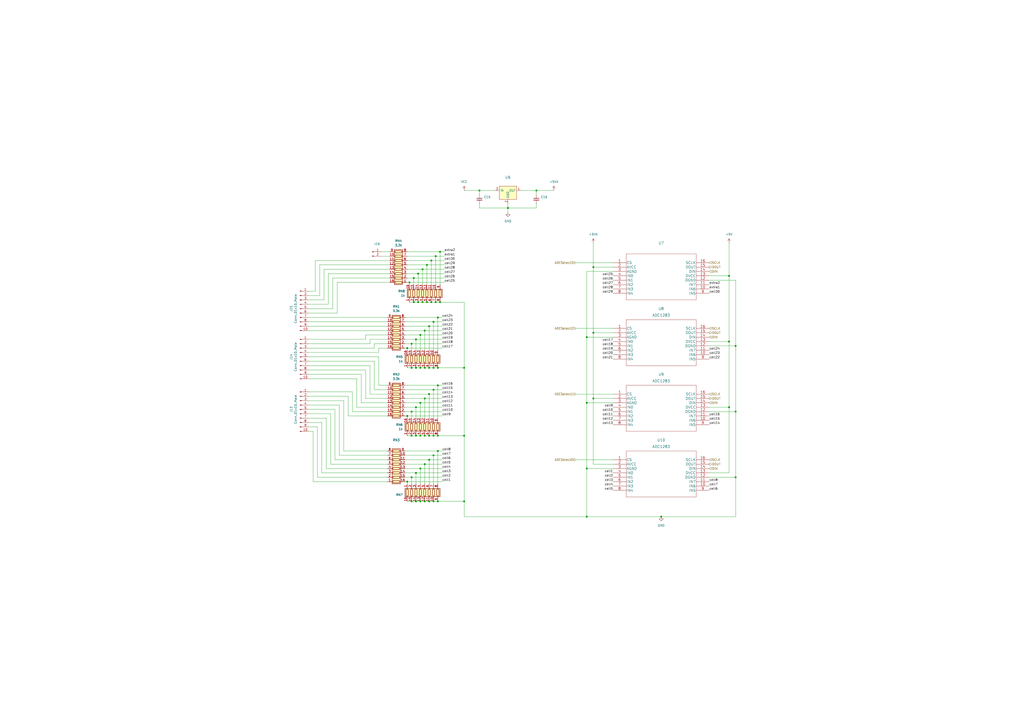
<source format=kicad_sch>
(kicad_sch (version 20211123) (generator eeschema)
  (paper "A2")
  (lib_symbols
    (symbol "Connector:Conn_01x02_Male" (pin_names (offset 1.016) hide)
      (property "Reference" "J" (at 0 2.54 0))
      (property "Value" "Conn_01x02_Male" (at 0 -5.08 0))
      (symbol "Conn_01x02_Male_1_1"
        (polyline (pts (xy 1.27 -2.54) (xy 0.8636 -2.54)) (stroke (width 0.1524)))
        (polyline (pts (xy 1.27 0) (xy 0.8636 0)) (stroke (width 0.1524)))
        (rectangle (start 0.8636 -2.413) (end 0 -2.667) (stroke (width 0.1524)) (fill (type outline)))
        (rectangle (start 0.8636 0.127) (end 0 -0.127) (stroke (width 0.1524)) (fill (type outline)))
        (pin passive line (at 5.08 0 180) (length 3.81) (name "Pin_1") (number "1"))
        (pin passive line (at 5.08 -2.54 180) (length 3.81) (name "Pin_2") (number "2"))
      )
    )
    (symbol "Connector:Conn_01x10_Male" (pin_names (offset 1.016) hide)
      (property "Reference" "J" (at 0 12.7 0))
      (property "Value" "Conn_01x10_Male" (at 0 -15.24 0))
      (symbol "Conn_01x10_Male_1_1"
        (polyline (pts (xy 1.27 -12.7) (xy 0.8636 -12.7)) (stroke (width 0.1524)))
        (polyline (pts (xy 1.27 -10.16) (xy 0.8636 -10.16)) (stroke (width 0.1524)))
        (polyline (pts (xy 1.27 -7.62) (xy 0.8636 -7.62)) (stroke (width 0.1524)))
        (polyline (pts (xy 1.27 -5.08) (xy 0.8636 -5.08)) (stroke (width 0.1524)))
        (polyline (pts (xy 1.27 -2.54) (xy 0.8636 -2.54)) (stroke (width 0.1524)))
        (polyline (pts (xy 1.27 0) (xy 0.8636 0)) (stroke (width 0.1524)))
        (polyline (pts (xy 1.27 2.54) (xy 0.8636 2.54)) (stroke (width 0.1524)))
        (polyline (pts (xy 1.27 5.08) (xy 0.8636 5.08)) (stroke (width 0.1524)))
        (polyline (pts (xy 1.27 7.62) (xy 0.8636 7.62)) (stroke (width 0.1524)))
        (polyline (pts (xy 1.27 10.16) (xy 0.8636 10.16)) (stroke (width 0.1524)))
        (rectangle (start 0.8636 -12.573) (end 0 -12.827) (stroke (width 0.1524)) (fill (type outline)))
        (rectangle (start 0.8636 -10.033) (end 0 -10.287) (stroke (width 0.1524)) (fill (type outline)))
        (rectangle (start 0.8636 -7.493) (end 0 -7.747) (stroke (width 0.1524)) (fill (type outline)))
        (rectangle (start 0.8636 -4.953) (end 0 -5.207) (stroke (width 0.1524)) (fill (type outline)))
        (rectangle (start 0.8636 -2.413) (end 0 -2.667) (stroke (width 0.1524)) (fill (type outline)))
        (rectangle (start 0.8636 0.127) (end 0 -0.127) (stroke (width 0.1524)) (fill (type outline)))
        (rectangle (start 0.8636 2.667) (end 0 2.413) (stroke (width 0.1524)) (fill (type outline)))
        (rectangle (start 0.8636 5.207) (end 0 4.953) (stroke (width 0.1524)) (fill (type outline)))
        (rectangle (start 0.8636 7.747) (end 0 7.493) (stroke (width 0.1524)) (fill (type outline)))
        (rectangle (start 0.8636 10.287) (end 0 10.033) (stroke (width 0.1524)) (fill (type outline)))
        (pin passive line (at 5.08 10.16 180) (length 3.81) (name "Pin_1") (number "1"))
        (pin passive line (at 5.08 -12.7 180) (length 3.81) (name "Pin_10") (number "10"))
        (pin passive line (at 5.08 7.62 180) (length 3.81) (name "Pin_2") (number "2"))
        (pin passive line (at 5.08 5.08 180) (length 3.81) (name "Pin_3") (number "3"))
        (pin passive line (at 5.08 2.54 180) (length 3.81) (name "Pin_4") (number "4"))
        (pin passive line (at 5.08 0 180) (length 3.81) (name "Pin_5") (number "5"))
        (pin passive line (at 5.08 -2.54 180) (length 3.81) (name "Pin_6") (number "6"))
        (pin passive line (at 5.08 -5.08 180) (length 3.81) (name "Pin_7") (number "7"))
        (pin passive line (at 5.08 -7.62 180) (length 3.81) (name "Pin_8") (number "8"))
        (pin passive line (at 5.08 -10.16 180) (length 3.81) (name "Pin_9") (number "9"))
      )
    )
    (symbol "Custom:ADC1283" (pin_names (offset 0.254))
      (property "Reference" "U" (at 27.94 10.16 0))
      (property "Value" "ADC1283" (at 27.94 7.62 0))
      (symbol "ADC1283_1_1"
        (polyline (pts (xy 7.62 -21.59) (xy 48.26 -21.59)) (stroke (width 0.127)))
        (polyline (pts (xy 7.62 5.08) (xy 7.62 -21.59)) (stroke (width 0.127)))
        (polyline (pts (xy 48.26 -21.59) (xy 48.26 5.08)) (stroke (width 0.127)))
        (polyline (pts (xy 48.26 5.08) (xy 7.62 5.08)) (stroke (width 0.127)))
        (pin input line (at 0 0 0) (length 7.62) (name "CS") (number "1"))
        (pin input line (at 55.88 -15.24 180) (length 7.62) (name "IN6") (number "10"))
        (pin input line (at 55.88 -12.7 180) (length 7.62) (name "IN7") (number "11"))
        (pin power_in line (at 55.88 -10.16 180) (length 7.62) (name "DGND") (number "12"))
        (pin power_in line (at 55.88 -7.62 180) (length 7.62) (name "DVCC") (number "13"))
        (pin input line (at 55.88 -5.08 180) (length 7.62) (name "DIN") (number "14"))
        (pin output line (at 55.88 -2.54 180) (length 7.62) (name "DOUT") (number "15"))
        (pin input line (at 55.88 0 180) (length 7.62) (name "SCLK") (number "16"))
        (pin power_in line (at 0 -2.54 0) (length 7.62) (name "AVCC") (number "2"))
        (pin power_in line (at 0 -5.08 0) (length 7.62) (name "AGND") (number "3"))
        (pin input line (at 0 -7.62 0) (length 7.62) (name "IN0") (number "4"))
        (pin input line (at 0 -10.16 0) (length 7.62) (name "IN1") (number "5"))
        (pin input line (at 0 -12.7 0) (length 7.62) (name "IN2") (number "6"))
        (pin input line (at 0 -15.24 0) (length 7.62) (name "IN3") (number "7"))
        (pin input line (at 0 -17.78 0) (length 7.62) (name "IN4") (number "8"))
        (pin input line (at 55.88 -17.78 180) (length 7.62) (name "IN5") (number "9"))
      )
    )
    (symbol "Custom:AS78L05RTR-G1"
      (property "Reference" "U" (at 0 3.81 0))
      (property "Value" "AS78L05RTR-G1" (at 0 6.35 0))
      (symbol "AS78L05RTR-G1_0_1"
        (rectangle (start -5.08 2.54) (end 5.08 -5.08) (fill (type background)))
      )
      (symbol "AS78L05RTR-G1_1_1"
        (pin power_out line (at 7.62 0 180) (length 2.54) (name "OUT") (number "1"))
        (pin power_in line (at 0 -7.62 90) (length 2.54) (name "GND") (number "2"))
        (pin power_in line (at -7.62 0 0) (length 2.54) (name "IN") (number "3"))
      )
    )
    (symbol "Device:C_Small" (pin_numbers hide) (pin_names (offset 0.254) hide)
      (property "Reference" "C" (at 0.254 1.778 0))
      (property "Value" "C_Small" (at 0.254 -2.032 0))
      (symbol "C_Small_0_1"
        (polyline (pts (xy -1.524 -0.508) (xy 1.524 -0.508)) (stroke (width 0.3302)))
        (polyline (pts (xy -1.524 0.508) (xy 1.524 0.508)) (stroke (width 0.3048)))
      )
      (symbol "C_Small_1_1"
        (pin passive line (at 0 2.54 270) (length 2.032) (name "~") (number "1"))
        (pin passive line (at 0 -2.54 90) (length 2.032) (name "~") (number "2"))
      )
    )
    (symbol "Device:R_Pack08" (pin_names (offset 0) hide)
      (property "Reference" "RN" (at -12.7 0 90))
      (property "Value" "R_Pack08" (at 10.16 0 90))
      (symbol "R_Pack08_0_1"
        (rectangle (start -11.43 -2.413) (end 8.89 2.413) (stroke (width 0.254)) (fill (type background)))
        (rectangle (start -10.795 1.905) (end -9.525 -1.905) (stroke (width 0.254)))
        (rectangle (start -8.255 1.905) (end -6.985 -1.905) (stroke (width 0.254)))
        (rectangle (start -5.715 1.905) (end -4.445 -1.905) (stroke (width 0.254)))
        (rectangle (start -3.175 1.905) (end -1.905 -1.905) (stroke (width 0.254)))
        (rectangle (start -0.635 1.905) (end 0.635 -1.905) (stroke (width 0.254)))
        (polyline (pts (xy -10.16 -2.54) (xy -10.16 -1.905)))
        (polyline (pts (xy -10.16 1.905) (xy -10.16 2.54)))
        (polyline (pts (xy -7.62 -2.54) (xy -7.62 -1.905)))
        (polyline (pts (xy -7.62 1.905) (xy -7.62 2.54)))
        (polyline (pts (xy -5.08 -2.54) (xy -5.08 -1.905)))
        (polyline (pts (xy -5.08 1.905) (xy -5.08 2.54)))
        (polyline (pts (xy -2.54 -2.54) (xy -2.54 -1.905)))
        (polyline (pts (xy -2.54 1.905) (xy -2.54 2.54)))
        (polyline (pts (xy 0 -2.54) (xy 0 -1.905)))
        (polyline (pts (xy 0 1.905) (xy 0 2.54)))
        (polyline (pts (xy 2.54 -2.54) (xy 2.54 -1.905)))
        (polyline (pts (xy 2.54 1.905) (xy 2.54 2.54)))
        (polyline (pts (xy 5.08 -2.54) (xy 5.08 -1.905)))
        (polyline (pts (xy 5.08 1.905) (xy 5.08 2.54)))
        (polyline (pts (xy 7.62 -2.54) (xy 7.62 -1.905)))
        (polyline (pts (xy 7.62 1.905) (xy 7.62 2.54)))
        (rectangle (start 1.905 1.905) (end 3.175 -1.905) (stroke (width 0.254)))
        (rectangle (start 4.445 1.905) (end 5.715 -1.905) (stroke (width 0.254)))
        (rectangle (start 6.985 1.905) (end 8.255 -1.905) (stroke (width 0.254)))
      )
      (symbol "R_Pack08_1_1"
        (pin passive line (at -10.16 -5.08 90) (length 2.54) (name "R1.1") (number "1"))
        (pin passive line (at 5.08 5.08 270) (length 2.54) (name "R7.2") (number "10"))
        (pin passive line (at 2.54 5.08 270) (length 2.54) (name "R6.2") (number "11"))
        (pin passive line (at 0 5.08 270) (length 2.54) (name "R5.2") (number "12"))
        (pin passive line (at -2.54 5.08 270) (length 2.54) (name "R4.2") (number "13"))
        (pin passive line (at -5.08 5.08 270) (length 2.54) (name "R3.2") (number "14"))
        (pin passive line (at -7.62 5.08 270) (length 2.54) (name "R2.2") (number "15"))
        (pin passive line (at -10.16 5.08 270) (length 2.54) (name "R1.2") (number "16"))
        (pin passive line (at -7.62 -5.08 90) (length 2.54) (name "R2.1") (number "2"))
        (pin passive line (at -5.08 -5.08 90) (length 2.54) (name "R3.1") (number "3"))
        (pin passive line (at -2.54 -5.08 90) (length 2.54) (name "R4.1") (number "4"))
        (pin passive line (at 0 -5.08 90) (length 2.54) (name "R5.1") (number "5"))
        (pin passive line (at 2.54 -5.08 90) (length 2.54) (name "R6.1") (number "6"))
        (pin passive line (at 5.08 -5.08 90) (length 2.54) (name "R7.1") (number "7"))
        (pin passive line (at 7.62 -5.08 90) (length 2.54) (name "R8.1") (number "8"))
        (pin passive line (at 7.62 5.08 270) (length 2.54) (name "R8.2") (number "9"))
      )
    )
    (symbol "power:+5V" (power) (pin_names (offset 0))
      (property "Value" "+5V" (at 0 3.556 0))
      (symbol "+5V_0_1"
        (polyline (pts (xy -0.762 1.27) (xy 0 2.54)))
        (polyline (pts (xy 0 0) (xy 0 2.54)))
        (polyline (pts (xy 0 2.54) (xy 0.762 1.27)))
      )
      (symbol "+5V_1_1"
        (pin power_in line (at 0 0 90) (length 0) hide (name "+5V") (number "1"))
      )
    )
    (symbol "power:+5VA" (power) (pin_names (offset 0))
      (property "Value" "+5VA" (at 0 3.556 0))
      (symbol "+5VA_0_1"
        (polyline (pts (xy -0.762 1.27) (xy 0 2.54)))
        (polyline (pts (xy 0 0) (xy 0 2.54)))
        (polyline (pts (xy 0 2.54) (xy 0.762 1.27)))
      )
      (symbol "+5VA_1_1"
        (pin power_in line (at 0 0 90) (length 0) hide (name "+5VA") (number "1"))
      )
    )
    (symbol "power:GND" (power) (pin_names (offset 0))
      (property "Value" "GND" (at 0 -3.81 0))
      (symbol "GND_0_1"
        (polyline (pts (xy 0 0) (xy 0 -1.27) (xy 1.27 -1.27) (xy 0 -2.54) (xy -1.27 -1.27) (xy 0 -1.27)))
      )
      (symbol "GND_1_1"
        (pin power_in line (at 0 0 270) (length 0) hide (name "GND") (number "1"))
      )
    )
    (symbol "power:VCC" (power) (pin_names (offset 0))
      (property "Value" "VCC" (at 0 3.81 0))
      (symbol "VCC_0_1"
        (polyline (pts (xy -0.762 1.27) (xy 0 2.54)))
        (polyline (pts (xy 0 0) (xy 0 2.54)))
        (polyline (pts (xy 0 2.54) (xy 0.762 1.27)))
      )
      (symbol "VCC_1_1"
        (pin power_in line (at 0 0 90) (length 0) hide (name "VCC") (number "1"))
      )
    )
  )
  (junction (at 241.3 196.85))
  (junction (at 246.38 191.77))
  (junction (at 344.17 193.04))
  (junction (at 255.27 146.05))
  (junction (at 344.17 231.14))
  (junction (at 245.11 175.26))
  (junction (at 340.36 233.68))
  (junction (at 254 252.73))
  (junction (at 251.46 213.36))
  (junction (at 241.3 252.73))
  (junction (at 242.57 158.75))
  (junction (at 242.57 175.26))
  (junction (at 240.03 161.29))
  (junction (at 241.3 274.32))
  (junction (at 248.92 189.23))
  (junction (at 251.46 186.69))
  (junction (at 240.03 175.26))
  (junction (at 241.3 213.36))
  (junction (at 246.38 213.36))
  (junction (at 243.84 213.36))
  (junction (at 251.46 264.16))
  (junction (at 241.3 290.83))
  (junction (at 251.46 252.73))
  (junction (at 311.15 110.49))
  (junction (at 248.92 266.7))
  (junction (at 340.36 195.58))
  (junction (at 251.46 290.83))
  (junction (at 247.65 175.26))
  (junction (at 254 261.62))
  (junction (at 340.36 271.78))
  (junction (at 426.72 238.76))
  (junction (at 422.91 236.22))
  (junction (at 269.24 290.83))
  (junction (at 252.73 175.26))
  (junction (at 426.72 200.66))
  (junction (at 243.84 271.78))
  (junction (at 248.92 290.83))
  (junction (at 269.24 252.73))
  (junction (at 422.91 198.12))
  (junction (at 340.36 299.72))
  (junction (at 243.84 194.31))
  (junction (at 236.22 201.93))
  (junction (at 236.22 279.4))
  (junction (at 278.13 110.49))
  (junction (at 241.3 236.22))
  (junction (at 246.38 269.24))
  (junction (at 243.84 233.68))
  (junction (at 247.65 153.67))
  (junction (at 383.54 299.72))
  (junction (at 243.84 252.73))
  (junction (at 250.19 151.13))
  (junction (at 245.11 156.21))
  (junction (at 269.24 213.36))
  (junction (at 422.91 160.02))
  (junction (at 252.73 148.59))
  (junction (at 238.76 238.76))
  (junction (at 246.38 231.14))
  (junction (at 294.64 120.65))
  (junction (at 255.27 175.26))
  (junction (at 254 184.15))
  (junction (at 248.92 252.73))
  (junction (at 426.72 276.86))
  (junction (at 238.76 199.39))
  (junction (at 248.92 213.36))
  (junction (at 238.76 213.36))
  (junction (at 238.76 290.83))
  (junction (at 238.76 252.73))
  (junction (at 238.76 276.86))
  (junction (at 243.84 290.83))
  (junction (at 236.22 241.3))
  (junction (at 254 223.52))
  (junction (at 344.17 154.94))
  (junction (at 254 290.83))
  (junction (at 250.19 175.26))
  (junction (at 246.38 252.73))
  (junction (at 237.49 163.83))
  (junction (at 246.38 290.83))
  (junction (at 248.92 228.6))
  (junction (at 251.46 226.06))
  (junction (at 254 213.36))
  (wire (pts (xy 224.79 199.39) (xy 217.17 199.39)))
  (wire (pts (xy 250.19 175.26) (xy 252.73 175.26)))
  (wire (pts (xy 234.95 233.68) (xy 243.84 233.68)))
  (wire (pts (xy 248.92 266.7) (xy 256.54 266.7)))
  (wire (pts (xy 196.85 264.16) (xy 224.79 264.16)))
  (wire (pts (xy 238.76 252.73) (xy 241.3 252.73)))
  (wire (pts (xy 179.07 168.91) (xy 182.88 168.91)))
  (wire (pts (xy 179.07 219.71) (xy 207.01 219.71)))
  (wire (pts (xy 411.48 162.56) (xy 426.72 162.56)))
  (wire (pts (xy 195.58 163.83) (xy 226.06 163.83)))
  (wire (pts (xy 236.22 146.05) (xy 255.27 146.05)))
  (wire (pts (xy 224.79 226.06) (xy 217.17 226.06)))
  (wire (pts (xy 246.38 252.73) (xy 248.92 252.73)))
  (wire (pts (xy 242.57 158.75) (xy 257.81 158.75)))
  (wire (pts (xy 179.07 227.33) (xy 204.47 227.33)))
  (wire (pts (xy 179.07 186.69) (xy 224.79 186.69)))
  (wire (pts (xy 294.64 118.11) (xy 294.64 120.65)))
  (wire (pts (xy 294.64 120.65) (xy 294.64 123.19)))
  (wire (pts (xy 251.46 264.16) (xy 251.46 280.67)))
  (wire (pts (xy 234.95 201.93) (xy 236.22 201.93)))
  (wire (pts (xy 246.38 269.24) (xy 256.54 269.24)))
  (wire (pts (xy 191.77 240.03) (xy 191.77 269.24)))
  (wire (pts (xy 236.22 213.36) (xy 238.76 213.36)))
  (wire (pts (xy 248.92 189.23) (xy 256.54 189.23)))
  (wire (pts (xy 246.38 231.14) (xy 246.38 242.57)))
  (wire (pts (xy 254 261.62) (xy 256.54 261.62)))
  (wire (pts (xy 207.01 219.71) (xy 207.01 236.22)))
  (wire (pts (xy 236.22 148.59) (xy 252.73 148.59)))
  (wire (pts (xy 237.49 175.26) (xy 240.03 175.26)))
  (wire (pts (xy 179.07 245.11) (xy 186.69 245.11)))
  (wire (pts (xy 334.01 152.4) (xy 355.6 152.4)))
  (wire (pts (xy 248.92 213.36) (xy 251.46 213.36)))
  (wire (pts (xy 189.23 242.57) (xy 189.23 271.78)))
  (wire (pts (xy 344.17 154.94) (xy 344.17 140.97)))
  (wire (pts (xy 190.5 158.75) (xy 226.06 158.75)))
  (wire (pts (xy 302.26 110.49) (xy 311.15 110.49)))
  (wire (pts (xy 251.46 226.06) (xy 251.46 242.57)))
  (wire (pts (xy 179.07 181.61) (xy 195.58 181.61)))
  (wire (pts (xy 269.24 252.73) (xy 269.24 213.36)))
  (wire (pts (xy 311.15 110.49) (xy 311.15 113.03)))
  (wire (pts (xy 187.96 156.21) (xy 226.06 156.21)))
  (wire (pts (xy 236.22 279.4) (xy 256.54 279.4)))
  (wire (pts (xy 236.22 163.83) (xy 237.49 163.83)))
  (wire (pts (xy 340.36 195.58) (xy 340.36 233.68)))
  (wire (pts (xy 340.36 157.48) (xy 355.6 157.48)))
  (wire (pts (xy 426.72 200.66) (xy 426.72 238.76)))
  (wire (pts (xy 204.47 227.33) (xy 204.47 238.76)))
  (wire (pts (xy 246.38 231.14) (xy 256.54 231.14)))
  (wire (pts (xy 179.07 229.87) (xy 201.93 229.87)))
  (wire (pts (xy 241.3 290.83) (xy 243.84 290.83)))
  (wire (pts (xy 254 213.36) (xy 269.24 213.36)))
  (wire (pts (xy 254 223.52) (xy 256.54 223.52)))
  (wire (pts (xy 194.31 237.49) (xy 194.31 266.7)))
  (wire (pts (xy 241.3 252.73) (xy 243.84 252.73)))
  (wire (pts (xy 234.95 191.77) (xy 246.38 191.77)))
  (wire (pts (xy 344.17 269.24) (xy 355.6 269.24)))
  (wire (pts (xy 411.48 200.66) (xy 426.72 200.66)))
  (wire (pts (xy 243.84 290.83) (xy 246.38 290.83)))
  (wire (pts (xy 184.15 247.65) (xy 184.15 276.86)))
  (wire (pts (xy 238.76 238.76) (xy 238.76 242.57)))
  (wire (pts (xy 334.01 190.5) (xy 355.6 190.5)))
  (wire (pts (xy 426.72 162.56) (xy 426.72 200.66)))
  (wire (pts (xy 251.46 252.73) (xy 254 252.73)))
  (wire (pts (xy 241.3 236.22) (xy 241.3 242.57)))
  (wire (pts (xy 234.95 264.16) (xy 251.46 264.16)))
  (wire (pts (xy 234.95 186.69) (xy 251.46 186.69)))
  (wire (pts (xy 422.91 160.02) (xy 411.48 160.02)))
  (wire (pts (xy 247.65 153.67) (xy 257.81 153.67)))
  (wire (pts (xy 238.76 199.39) (xy 238.76 203.2)))
  (wire (pts (xy 187.96 173.99) (xy 187.96 156.21)))
  (wire (pts (xy 243.84 271.78) (xy 243.84 280.67)))
  (wire (pts (xy 278.13 110.49) (xy 278.13 113.03)))
  (wire (pts (xy 179.07 176.53) (xy 190.5 176.53)))
  (wire (pts (xy 243.84 252.73) (xy 246.38 252.73)))
  (wire (pts (xy 278.13 118.11) (xy 278.13 120.65)))
  (wire (pts (xy 234.95 266.7) (xy 248.92 266.7)))
  (wire (pts (xy 209.55 233.68) (xy 224.79 233.68)))
  (wire (pts (xy 251.46 290.83) (xy 254 290.83)))
  (wire (pts (xy 254 184.15) (xy 254 203.2)))
  (wire (pts (xy 247.65 175.26) (xy 250.19 175.26)))
  (wire (pts (xy 196.85 234.95) (xy 196.85 264.16)))
  (wire (pts (xy 243.84 233.68) (xy 243.84 242.57)))
  (wire (pts (xy 241.3 196.85) (xy 256.54 196.85)))
  (wire (pts (xy 254 290.83) (xy 269.24 290.83)))
  (wire (pts (xy 251.46 226.06) (xy 256.54 226.06)))
  (wire (pts (xy 238.76 276.86) (xy 238.76 280.67)))
  (wire (pts (xy 426.72 276.86) (xy 426.72 299.72)))
  (wire (pts (xy 340.36 195.58) (xy 340.36 157.48)))
  (wire (pts (xy 236.22 201.93) (xy 256.54 201.93)))
  (wire (pts (xy 236.22 158.75) (xy 242.57 158.75)))
  (wire (pts (xy 182.88 151.13) (xy 226.06 151.13)))
  (wire (pts (xy 344.17 231.14) (xy 355.6 231.14)))
  (wire (pts (xy 247.65 153.67) (xy 247.65 165.1)))
  (wire (pts (xy 252.73 175.26) (xy 255.27 175.26)))
  (wire (pts (xy 422.91 236.22) (xy 422.91 274.32)))
  (wire (pts (xy 250.19 151.13) (xy 250.19 165.1)))
  (wire (pts (xy 254 223.52) (xy 254 242.57)))
  (wire (pts (xy 344.17 154.94) (xy 355.6 154.94)))
  (wire (pts (xy 179.07 171.45) (xy 185.42 171.45)))
  (wire (pts (xy 179.07 191.77) (xy 224.79 191.77)))
  (wire (pts (xy 179.07 179.07) (xy 193.04 179.07)))
  (wire (pts (xy 236.22 241.3) (xy 256.54 241.3)))
  (wire (pts (xy 248.92 228.6) (xy 256.54 228.6)))
  (wire (pts (xy 241.3 274.32) (xy 241.3 280.67)))
  (wire (pts (xy 422.91 198.12) (xy 422.91 236.22)))
  (wire (pts (xy 241.3 213.36) (xy 243.84 213.36)))
  (wire (pts (xy 179.07 250.19) (xy 181.61 250.19)))
  (wire (pts (xy 190.5 176.53) (xy 190.5 158.75)))
  (wire (pts (xy 241.3 274.32) (xy 256.54 274.32)))
  (wire (pts (xy 269.24 175.26) (xy 255.27 175.26)))
  (wire (pts (xy 240.03 161.29) (xy 240.03 165.1)))
  (wire (pts (xy 426.72 299.72) (xy 383.54 299.72)))
  (wire (pts (xy 344.17 193.04) (xy 344.17 154.94)))
  (wire (pts (xy 186.69 274.32) (xy 224.79 274.32)))
  (wire (pts (xy 340.36 233.68) (xy 355.6 233.68)))
  (wire (pts (xy 340.36 271.78) (xy 340.36 299.72)))
  (wire (pts (xy 334.01 266.7) (xy 355.6 266.7)))
  (wire (pts (xy 236.22 279.4) (xy 236.22 280.67)))
  (wire (pts (xy 248.92 266.7) (xy 248.92 280.67)))
  (wire (pts (xy 189.23 271.78) (xy 224.79 271.78)))
  (wire (pts (xy 255.27 146.05) (xy 257.81 146.05)))
  (wire (pts (xy 234.95 189.23) (xy 248.92 189.23)))
  (wire (pts (xy 241.3 196.85) (xy 241.3 203.2)))
  (wire (pts (xy 340.36 299.72) (xy 269.24 299.72)))
  (wire (pts (xy 185.42 171.45) (xy 185.42 153.67)))
  (wire (pts (xy 182.88 168.91) (xy 182.88 151.13)))
  (wire (pts (xy 241.3 236.22) (xy 256.54 236.22)))
  (wire (pts (xy 422.91 140.97) (xy 422.91 160.02)))
  (wire (pts (xy 246.38 290.83) (xy 248.92 290.83)))
  (wire (pts (xy 195.58 181.61) (xy 195.58 163.83)))
  (wire (pts (xy 212.09 214.63) (xy 179.07 214.63)))
  (wire (pts (xy 245.11 156.21) (xy 257.81 156.21)))
  (wire (pts (xy 236.22 290.83) (xy 238.76 290.83)))
  (wire (pts (xy 234.95 276.86) (xy 238.76 276.86)))
  (wire (pts (xy 344.17 269.24) (xy 344.17 231.14)))
  (wire (pts (xy 204.47 238.76) (xy 224.79 238.76)))
  (wire (pts (xy 179.07 240.03) (xy 191.77 240.03)))
  (wire (pts (xy 255.27 146.05) (xy 255.27 165.1)))
  (wire (pts (xy 224.79 228.6) (xy 214.63 228.6)))
  (wire (pts (xy 234.95 196.85) (xy 241.3 196.85)))
  (wire (pts (xy 238.76 213.36) (xy 241.3 213.36)))
  (wire (pts (xy 217.17 209.55) (xy 179.07 209.55)))
  (wire (pts (xy 179.07 234.95) (xy 196.85 234.95)))
  (wire (pts (xy 246.38 213.36) (xy 248.92 213.36)))
  (wire (pts (xy 214.63 212.09) (xy 179.07 212.09)))
  (wire (pts (xy 179.07 189.23) (xy 224.79 189.23)))
  (wire (pts (xy 214.63 199.39) (xy 214.63 196.85)))
  (wire (pts (xy 186.69 245.11) (xy 186.69 274.32)))
  (wire (pts (xy 234.95 199.39) (xy 238.76 199.39)))
  (wire (pts (xy 311.15 120.65) (xy 311.15 118.11)))
  (wire (pts (xy 236.22 201.93) (xy 236.22 203.2)))
  (wire (pts (xy 181.61 279.4) (xy 224.79 279.4)))
  (wire (pts (xy 224.79 223.52) (xy 219.71 223.52)))
  (wire (pts (xy 278.13 120.65) (xy 294.64 120.65)))
  (wire (pts (xy 246.38 191.77) (xy 246.38 203.2)))
  (wire (pts (xy 236.22 252.73) (xy 238.76 252.73)))
  (wire (pts (xy 185.42 153.67) (xy 226.06 153.67)))
  (wire (pts (xy 311.15 110.49) (xy 321.31 110.49)))
  (wire (pts (xy 269.24 213.36) (xy 269.24 175.26)))
  (wire (pts (xy 212.09 231.14) (xy 212.09 214.63)))
  (wire (pts (xy 181.61 250.19) (xy 181.61 279.4)))
  (wire (pts (xy 269.24 299.72) (xy 269.24 290.83)))
  (wire (pts (xy 242.57 175.26) (xy 245.11 175.26)))
  (wire (pts (xy 220.98 148.59) (xy 226.06 148.59)))
  (wire (pts (xy 248.92 189.23) (xy 248.92 203.2)))
  (wire (pts (xy 179.07 199.39) (xy 214.63 199.39)))
  (wire (pts (xy 243.84 194.31) (xy 256.54 194.31)))
  (wire (pts (xy 217.17 199.39) (xy 217.17 201.93)))
  (wire (pts (xy 240.03 161.29) (xy 257.81 161.29)))
  (wire (pts (xy 234.95 279.4) (xy 236.22 279.4)))
  (wire (pts (xy 179.07 184.15) (xy 224.79 184.15)))
  (wire (pts (xy 236.22 151.13) (xy 250.19 151.13)))
  (wire (pts (xy 242.57 158.75) (xy 242.57 165.1)))
  (wire (pts (xy 234.95 269.24) (xy 246.38 269.24)))
  (wire (pts (xy 250.19 151.13) (xy 257.81 151.13)))
  (wire (pts (xy 214.63 228.6) (xy 214.63 212.09)))
  (wire (pts (xy 422.91 160.02) (xy 422.91 198.12)))
  (wire (pts (xy 234.95 231.14) (xy 246.38 231.14)))
  (wire (pts (xy 217.17 226.06) (xy 217.17 209.55)))
  (wire (pts (xy 236.22 153.67) (xy 247.65 153.67)))
  (wire (pts (xy 251.46 186.69) (xy 256.54 186.69)))
  (wire (pts (xy 179.07 237.49) (xy 194.31 237.49)))
  (wire (pts (xy 234.95 236.22) (xy 241.3 236.22)))
  (wire (pts (xy 234.95 241.3) (xy 236.22 241.3)))
  (wire (pts (xy 254 261.62) (xy 254 280.67)))
  (wire (pts (xy 179.07 204.47) (xy 219.71 204.47)))
  (wire (pts (xy 219.71 204.47) (xy 219.71 201.93)))
  (wire (pts (xy 219.71 207.01) (xy 179.07 207.01)))
  (wire (pts (xy 219.71 223.52) (xy 219.71 207.01)))
  (wire (pts (xy 340.36 271.78) (xy 355.6 271.78)))
  (wire (pts (xy 246.38 191.77) (xy 256.54 191.77)))
  (wire (pts (xy 248.92 228.6) (xy 248.92 242.57)))
  (wire (pts (xy 243.84 213.36) (xy 246.38 213.36)))
  (wire (pts (xy 243.84 233.68) (xy 256.54 233.68)))
  (wire (pts (xy 234.95 194.31) (xy 243.84 194.31)))
  (wire (pts (xy 234.95 274.32) (xy 241.3 274.32)))
  (wire (pts (xy 252.73 148.59) (xy 257.81 148.59)))
  (wire (pts (xy 422.91 274.32) (xy 411.48 274.32)))
  (wire (pts (xy 199.39 232.41) (xy 179.07 232.41)))
  (wire (pts (xy 344.17 231.14) (xy 344.17 193.04)))
  (wire (pts (xy 234.95 226.06) (xy 251.46 226.06)))
  (wire (pts (xy 340.36 233.68) (xy 340.36 271.78)))
  (wire (pts (xy 193.04 161.29) (xy 226.06 161.29)))
  (wire (pts (xy 199.39 261.62) (xy 199.39 232.41)))
  (wire (pts (xy 234.95 271.78) (xy 243.84 271.78)))
  (wire (pts (xy 194.31 266.7) (xy 224.79 266.7)))
  (wire (pts (xy 254 184.15) (xy 256.54 184.15)))
  (wire (pts (xy 201.93 229.87) (xy 201.93 241.3)))
  (wire (pts (xy 238.76 199.39) (xy 256.54 199.39)))
  (wire (pts (xy 234.95 238.76) (xy 238.76 238.76)))
  (wire (pts (xy 224.79 231.14) (xy 212.09 231.14)))
  (wire (pts (xy 243.84 271.78) (xy 256.54 271.78)))
  (wire (pts (xy 278.13 110.49) (xy 287.02 110.49)))
  (wire (pts (xy 269.24 290.83) (xy 269.24 252.73)))
  (wire (pts (xy 344.17 193.04) (xy 355.6 193.04)))
  (wire (pts (xy 209.55 217.17) (xy 209.55 233.68)))
  (wire (pts (xy 269.24 110.49) (xy 278.13 110.49)))
  (wire (pts (xy 179.07 173.99) (xy 187.96 173.99)))
  (wire (pts (xy 294.64 120.65) (xy 311.15 120.65)))
  (wire (pts (xy 212.09 194.31) (xy 212.09 196.85)))
  (wire (pts (xy 243.84 194.31) (xy 243.84 203.2)))
  (wire (pts (xy 411.48 276.86) (xy 426.72 276.86)))
  (wire (pts (xy 236.22 156.21) (xy 245.11 156.21)))
  (wire (pts (xy 219.71 201.93) (xy 224.79 201.93)))
  (wire (pts (xy 179.07 217.17) (xy 209.55 217.17)))
  (wire (pts (xy 224.79 261.62) (xy 199.39 261.62)))
  (wire (pts (xy 240.03 175.26) (xy 242.57 175.26)))
  (wire (pts (xy 193.04 179.07) (xy 193.04 161.29)))
  (wire (pts (xy 224.79 194.31) (xy 212.09 194.31)))
  (wire (pts (xy 238.76 238.76) (xy 256.54 238.76)))
  (wire (pts (xy 220.98 146.05) (xy 226.06 146.05)))
  (wire (pts (xy 246.38 269.24) (xy 246.38 280.67)))
  (wire (pts (xy 236.22 241.3) (xy 236.22 242.57)))
  (wire (pts (xy 179.07 247.65) (xy 184.15 247.65)))
  (wire (pts (xy 238.76 290.83) (xy 241.3 290.83)))
  (wire (pts (xy 411.48 198.12) (xy 422.91 198.12)))
  (wire (pts (xy 355.6 195.58) (xy 340.36 195.58)))
  (wire (pts (xy 340.36 299.72) (xy 383.54 299.72)))
  (wire (pts (xy 238.76 276.86) (xy 256.54 276.86)))
  (wire (pts (xy 237.49 163.83) (xy 237.49 165.1)))
  (wire (pts (xy 179.07 196.85) (xy 212.09 196.85)))
  (wire (pts (xy 252.73 148.59) (xy 252.73 165.1)))
  (wire (pts (xy 179.07 242.57) (xy 189.23 242.57)))
  (wire (pts (xy 214.63 196.85) (xy 224.79 196.85)))
  (wire (pts (xy 251.46 264.16) (xy 256.54 264.16)))
  (wire (pts (xy 234.95 261.62) (xy 254 261.62)))
  (wire (pts (xy 426.72 238.76) (xy 426.72 276.86)))
  (wire (pts (xy 237.49 163.83) (xy 257.81 163.83)))
  (wire (pts (xy 245.11 156.21) (xy 245.11 165.1)))
  (wire (pts (xy 234.95 223.52) (xy 254 223.52)))
  (wire (pts (xy 234.95 228.6) (xy 248.92 228.6)))
  (wire (pts (xy 236.22 161.29) (xy 240.03 161.29)))
  (wire (pts (xy 217.17 201.93) (xy 179.07 201.93)))
  (wire (pts (xy 207.01 236.22) (xy 224.79 236.22)))
  (wire (pts (xy 191.77 269.24) (xy 224.79 269.24)))
  (wire (pts (xy 201.93 241.3) (xy 224.79 241.3)))
  (wire (pts (xy 245.11 175.26) (xy 247.65 175.26)))
  (wire (pts (xy 254 252.73) (xy 269.24 252.73)))
  (wire (pts (xy 251.46 213.36) (xy 254 213.36)))
  (wire (pts (xy 334.01 228.6) (xy 355.6 228.6)))
  (wire (pts (xy 234.95 184.15) (xy 254 184.15)))
  (wire (pts (xy 251.46 186.69) (xy 251.46 203.2)))
  (wire (pts (xy 184.15 276.86) (xy 224.79 276.86)))
  (wire (pts (xy 248.92 290.83) (xy 251.46 290.83)))
  (wire (pts (xy 411.48 236.22) (xy 422.91 236.22)))
  (wire (pts (xy 248.92 252.73) (xy 251.46 252.73)))
  (wire (pts (xy 411.48 238.76) (xy 426.72 238.76)))
  (label "cell16" (at 256.54 223.52 0))
  (label "cell3" (at 256.54 274.32 0))
  (label "cell9" (at 355.6 236.22 180))
  (label "cell21" (at 355.6 208.28 180))
  (label "cell9" (at 256.54 241.3 0))
  (label "cell23" (at 256.54 186.69 0))
  (label "extra1" (at 411.48 167.64 0))
  (label "cell28" (at 257.81 156.21 0))
  (label "cell20" (at 256.54 194.31 0))
  (label "cell27" (at 355.6 165.1 180))
  (label "cell7" (at 411.48 281.94 0))
  (label "cell30" (at 257.81 151.13 0))
  (label "cell26" (at 257.81 161.29 0))
  (label "cell27" (at 257.81 158.75 0))
  (label "cell3" (at 355.6 279.4 180))
  (label "cell13" (at 355.6 246.38 180))
  (label "cell22" (at 256.54 189.23 0))
  (label "cell28" (at 355.6 167.64 180))
  (label "cell29" (at 355.6 170.18 180))
  (label "cell6" (at 256.54 266.7 0))
  (label "cell23" (at 411.48 205.74 0))
  (label "cell24" (at 411.48 203.2 0))
  (label "cell25" (at 355.6 160.02 180))
  (label "cell14" (at 411.48 246.38 0))
  (label "cell15" (at 411.48 243.84 0))
  (label "cell1" (at 355.6 274.32 180))
  (label "cell4" (at 355.6 281.94 180))
  (label "cell7" (at 256.54 264.16 0))
  (label "cell10" (at 256.54 238.76 0))
  (label "cell25" (at 257.81 163.83 0))
  (label "cell17" (at 355.6 198.12 180))
  (label "cell20" (at 355.6 205.74 180))
  (label "cell2" (at 256.54 276.86 0))
  (label "cell5" (at 355.6 284.48 180))
  (label "cell26" (at 355.6 162.56 180))
  (label "cell6" (at 411.48 284.48 0))
  (label "cell19" (at 355.6 203.2 180))
  (label "extra2" (at 411.48 165.1 0))
  (label "cell16" (at 411.48 241.3 0))
  (label "cell10" (at 355.6 238.76 180))
  (label "cell24" (at 256.54 184.15 0))
  (label "cell4" (at 256.54 271.78 0))
  (label "cell1" (at 256.54 279.4 0))
  (label "cell8" (at 411.48 279.4 0))
  (label "cell11" (at 355.6 241.3 180))
  (label "cell17" (at 256.54 201.93 0))
  (label "extra2" (at 257.81 146.05 0))
  (label "cell11" (at 256.54 236.22 0))
  (label "cell22" (at 411.48 208.28 0))
  (label "cell2" (at 355.6 276.86 180))
  (label "cell15" (at 256.54 226.06 0))
  (label "cell21" (at 256.54 191.77 0))
  (label "cell29" (at 257.81 153.67 0))
  (label "cell14" (at 256.54 228.6 0))
  (label "cell19" (at 256.54 196.85 0))
  (label "cell18" (at 355.6 200.66 180))
  (label "cell13" (at 256.54 231.14 0))
  (label "cell30" (at 411.48 170.18 0))
  (label "cell12" (at 256.54 233.68 0))
  (label "cell5" (at 256.54 269.24 0))
  (label "cell12" (at 355.6 243.84 180))
  (label "cell8" (at 256.54 261.62 0))
  (label "extra1" (at 257.81 148.59 0))
  (label "cell18" (at 256.54 199.39 0))
  (hierarchical_label "ADCSelect1" (shape input) (at 334.01 228.6 180))
  (hierarchical_label "SCLK" (shape input) (at 411.48 266.7 0))
  (hierarchical_label "DIN" (shape input) (at 411.48 233.68 0))
  (hierarchical_label "SCLK" (shape input) (at 411.48 190.5 0))
  (hierarchical_label "DOUT" (shape output) (at 411.48 154.94 0))
  (hierarchical_label "DIN" (shape input) (at 411.48 271.78 0))
  (hierarchical_label "ADCSelect2" (shape input) (at 334.01 190.5 180))
  (hierarchical_label "DOUT" (shape output) (at 411.48 269.24 0))
  (hierarchical_label "DOUT" (shape output) (at 411.48 231.14 0))
  (hierarchical_label "SCLK" (shape input) (at 411.48 228.6 0))
  (hierarchical_label "DIN" (shape input) (at 411.48 157.48 0))
  (hierarchical_label "SCLK" (shape input) (at 411.48 152.4 0))
  (hierarchical_label "ADCSelect3" (shape input) (at 334.01 152.4 180))
  (hierarchical_label "ADCSelect0" (shape input) (at 334.01 266.7 180))
  (hierarchical_label "DIN" (shape input) (at 411.48 195.58 0))
  (hierarchical_label "DOUT" (shape output) (at 411.48 193.04 0))
  (symbol (lib_id "Custom:ADC1283") (at 355.6 190.5 0) (unit 1)
    (property "Reference" "U8" (at 383.54 179.07 0) (effects (font (size 1.524 1.524))))
    (property "Value" "ADC1283" (at 383.54 182.88 0) (effects (font (size 1.524 1.524))))
    (property "Footprint" "Package_SO:TSSOP-16_4.4x5mm_P0.65mm" (effects hide))
  )
  (symbol (lib_id "Custom:ADC1283") (at 355.6 228.6 0) (unit 1)
    (property "Reference" "U9" (at 383.54 217.17 0) (effects (font (size 1.524 1.524))))
    (property "Value" "ADC1283" (at 383.54 220.98 0) (effects (font (size 1.524 1.524))))
    (property "Footprint" "Package_SO:TSSOP-16_4.4x5mm_P0.65mm" (effects hide))
  )
  (symbol (lib_id "Device:R_Pack08") (at 246.38 285.75 0) (mirror x) (unit 1)
    (property "Reference" "RN7" (at 233.68 287.0201 0) (effects (justify right)))
    (property "Datasheet" "https://www.bourns.com/docs/Product-Datasheets/4800P.pdf" (effects hide))
    (property "DigikeyURL" "https://www.digikey.ca/en/products/detail/bourns-inc/4816P-1-102LF/1958035" (effects hide))
  )
  (symbol (lib_id "Device:R_Pack08") (at 229.87 231.14 90) (unit 1)
    (property "Reference" "RN2" (at 229.87 217.17 90))
    (property "Value" "3.3k" (at 229.87 219.71 90))
    (property "Footprint" "Package_SO:SOIC-16_4.55x10.3mm_P1.27mm" (effects hide))
    (property "Datasheet" "https://www.bourns.com/docs/Product-Datasheets/4800P.pdf" (effects hide))
    (property "DigikeyURL" "https://www.digikey.ca/en/products/detail/bourns-inc/4816P-1-332LF/1958059" (effects hide))
  )
  (symbol (lib_id "power:+5V") (at 422.91 140.97 0) (unit 1)
    (property "Reference" "#PWR0132" (effects hide))
  )
  (symbol (lib_id "Device:C_Small") (at 311.15 115.57 0) (mirror y) (unit 1)
    (property "Reference" "C16" (at 313.69 114.3062 0) (effects (justify right)))
  )
  (symbol (lib_id "Custom:AS78L05RTR-G1") (at 294.64 110.49 0) (unit 1)
    (property "Reference" "U6" (at 294.64 102.87 0) (effects (font (size 1.524 1.524))))
    (property "Datasheet" "https://media.digikey.com/pdf/Data%20Sheets/Diodes%20PDFs/AS78Lxx_Aug2013_DS.pdf" (effects hide))
    (property "Digi-Key_PN" "AS78L05RTR-G1DITR-ND" (effects hide))
    (property "MPN" "AS78L05RTR-G1" (effects hide))
    (property "Category" "Integrated Circuits (ICs)" (effects hide))
    (property "Family" "PMIC - Voltage Regulators - Linear" (effects hide))
    (property "DK_Datasheet_Link" "https://media.digikey.com/pdf/Data%20Sheets/Diodes%20PDFs/AS78Lxx_Aug2013_DS.pdf" (effects hide))
    (property "DK_Detail_Page" "https://www.digikey.ca/en/products/detail/diodes-incorporated/AS78L05RTR-G1/4470944" (effects hide))
    (property "Description" "IC REG LINEAR 5V 100MA SOT89-3" (effects hide))
    (property "Manufacturer" "Diodes Incorporated" (effects hide))
    (property "Status" "Active" (effects hide))
  )
  (symbol (lib_id "Connector:Conn_01x10_Male") (at 173.99 237.49 0) (unit 1)
    (property "Reference" "J13" (at 168.91 237.49 90))
    (property "Value" "Conn_01x10_Male" (at 171.45 237.49 90))
    (property "Footprint" "Connector_Phoenix_MC:PhoenixContact_MCV_1,5_10-G-3.5_1x10_P3.50mm_Vertical" (effects hide))
    (property "Datasheet" "https://www.digikey.ca/en/products/detail/phoenix-contact/1843680/2528306" (effects hide))
    (property "DigikeyPN" "277-5774-ND" (effects hide))
  )
  (symbol (lib_id "Connector:Conn_01x10_Male") (at 173.99 179.07 0) (unit 1)
    (property "Reference" "J15" (at 168.91 179.07 90))
    (property "Value" "Conn_01x10_Male" (at 171.45 179.07 90))
    (property "Footprint" "Connector_Phoenix_MC:PhoenixContact_MCV_1,5_10-G-3.5_1x10_P3.50mm_Vertical" (effects hide))
    (property "Datasheet" "https://www.digikey.ca/en/products/detail/phoenix-contact/1843680/2528306" (effects hide))
    (property "DigikeyPN" "277-5774-ND" (effects hide))
  )
  (symbol (lib_id "Custom:ADC1283") (at 355.6 152.4 0) (unit 1)
    (property "Reference" "U7" (at 383.54 140.97 0) (effects (font (size 1.524 1.524))))
  )
  (symbol (lib_id "power:+5VA") (at 321.31 110.49 0) (unit 1)
    (property "Reference" "#PWR0128" (effects hide))
  )
  (symbol (lib_id "Device:R_Pack08") (at 229.87 191.77 90) (unit 1)
    (property "Reference" "RN1" (at 229.87 177.8 90))
    (property "Value" "3.3k" (at 229.87 180.34 90))
    (property "Footprint" "Package_SO:SOIC-16_4.55x10.3mm_P1.27mm" (effects hide))
    (property "Datasheet" "https://www.bourns.com/docs/Product-Datasheets/4800P.pdf" (effects hide))
    (property "DigikeyURL" "https://www.digikey.ca/en/products/detail/bourns-inc/4816P-1-332LF/1958059" (effects hide))
  )
  (symbol (lib_id "Connector:Conn_01x10_Male") (at 173.99 207.01 0) (unit 1)
    (property "Reference" "J14" (at 168.91 207.01 90))
    (property "Value" "Conn_01x10_Male" (at 171.45 207.01 90))
    (property "Footprint" "Connector_Phoenix_MC:PhoenixContact_MCV_1,5_10-G-3.5_1x10_P3.50mm_Vertical" (effects hide))
    (property "Datasheet" "https://www.digikey.ca/en/products/detail/phoenix-contact/1843680/2528306" (effects hide))
    (property "DigikeyPN" "277-5774-ND" (effects hide))
  )
  (symbol (lib_id "Custom:ADC1283") (at 355.6 266.7 0) (unit 1)
    (property "Reference" "U10" (at 383.54 255.27 0) (effects (font (size 1.524 1.524))))
    (property "Value" "ADC1283" (at 383.54 259.08 0) (effects (font (size 1.524 1.524))))
    (property "Footprint" "Package_SO:TSSOP-16_4.4x5mm_P0.65mm" (effects hide))
  )
  (symbol (lib_id "power:GND") (at 383.54 299.72 0) (unit 1)
    (property "Reference" "#PWR0127" (effects hide))
  )
  (symbol (lib_id "power:VCC") (at 269.24 110.49 0) (unit 1)
    (property "Reference" "#PWR0129" (effects hide))
  )
  (symbol (lib_id "Device:R_Pack08") (at 231.14 153.67 90) (unit 1)
    (property "Reference" "RN4" (at 231.14 139.7 90))
    (property "Value" "3.3k" (at 231.14 142.24 90))
    (property "Footprint" "Package_SO:SOIC-16_4.55x10.3mm_P1.27mm" (effects hide))
    (property "Datasheet" "https://www.bourns.com/docs/Product-Datasheets/4800P.pdf" (effects hide))
    (property "DigikeyURL" "https://www.digikey.ca/en/products/detail/bourns-inc/4816P-1-332LF/1958059" (effects hide))
  )
  (symbol (lib_id "power:GND") (at 294.64 123.19 0) (unit 1)
    (property "Reference" "#PWR0130" (effects hide))
  )
  (symbol (lib_id "Device:C_Small") (at 278.13 115.57 0) (unit 1)
    (property "Reference" "C15" (at 280.67 114.3062 0) (effects (justify left)))
  )
  (symbol (lib_id "Device:R_Pack08") (at 229.87 269.24 270) (mirror x) (unit 1)
    (property "Reference" "RN3" (at 229.87 255.27 90))
    (property "Datasheet" "https://www.bourns.com/docs/Product-Datasheets/4800P.pdf" (effects hide))
    (property "DigikeyURL" "https://www.digikey.ca/en/products/detail/bourns-inc/4816P-1-332LF/1958059" (effects hide))
  )
  (symbol (lib_id "power:+5VA") (at 344.17 140.97 0) (unit 1)
    (property "Reference" "#PWR0131" (effects hide))
  )
  (symbol (lib_id "Device:R_Pack08") (at 246.38 247.65 0) (unit 1)
    (property "Reference" "RN6" (at 233.68 246.3799 0) (effects (justify right)))
    (property "Value" "1k" (at 233.68 248.9199 0) (effects (justify right)))
    (property "Footprint" "Package_SO:SOIC-16_4.55x10.3mm_P1.27mm" (effects hide))
    (property "Datasheet" "https://www.bourns.com/docs/Product-Datasheets/4800P.pdf" (effects hide))
    (property "DigikeyURL" "https://www.digikey.ca/en/products/detail/bourns-inc/4816P-1-102LF/1958035" (effects hide))
  )
  (symbol (lib_id "Device:R_Pack08") (at 246.38 208.28 0) (unit 1)
    (property "Reference" "RN5" (at 233.68 207.0099 0) (effects (justify right)))
    (property "Value" "1k" (at 233.68 209.5499 0) (effects (justify right)))
    (property "Footprint" "Package_SO:SOIC-16_4.55x10.3mm_P1.27mm" (effects hide))
    (property "Datasheet" "https://www.bourns.com/docs/Product-Datasheets/4800P.pdf" (effects hide))
    (property "DigikeyURL" "https://www.digikey.ca/en/products/detail/bourns-inc/4816P-1-102LF/1958035" (effects hide))
  )
  (symbol (lib_id "Connector:Conn_01x02_Male") (at 215.9 146.05 0) (unit 1)
    (property "Reference" "J16" (at 218.6432 141.4526 0))
  )
  (symbol (lib_id "Device:R_Pack08") (at 247.65 170.18 0) (unit 1)
    (property "Reference" "RN8" (at 234.95 168.9099 0) (effects (justify right)))
    (property "Value" "1k" (at 234.95 171.4499 0) (effects (justify right)))
    (property "Footprint" "Package_SO:SOIC-16_4.55x10.3mm_P1.27mm" (effects hide))
    (property "Datasheet" "https://www.bourns.com/docs/Product-Datasheets/4800P.pdf" (effects hide))
    (property "DigikeyURL" "https://www.digikey.ca/en/products/detail/bourns-inc/4816P-1-102LF/1958035" (effects hide))
  )
)
</source>
